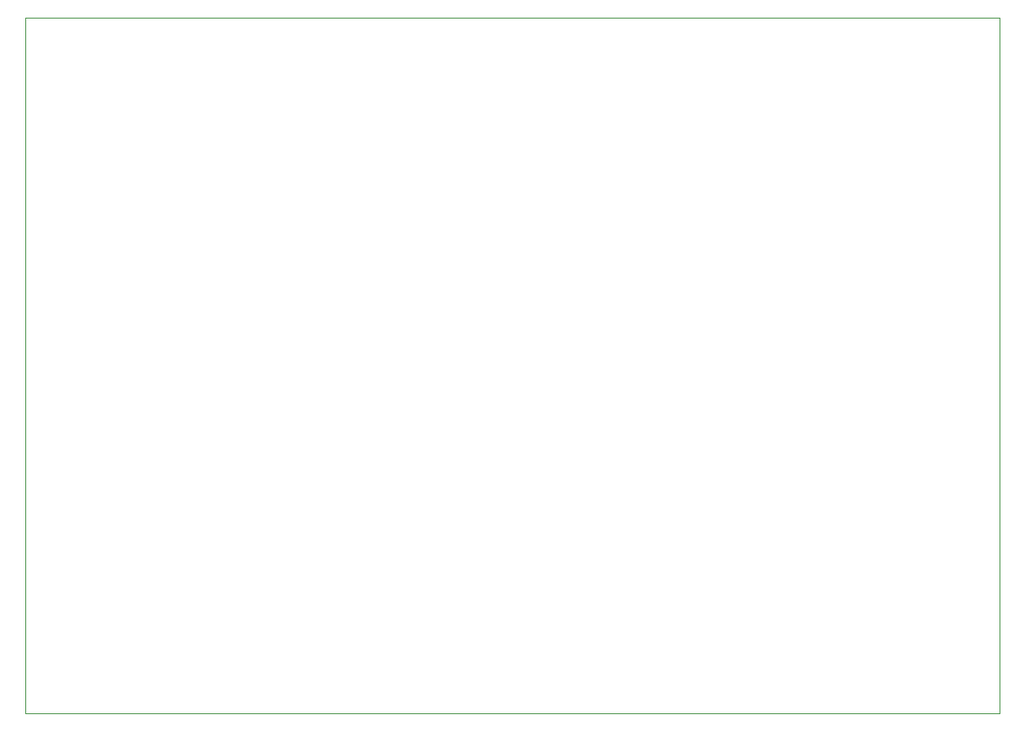
<source format=gbr>
G04 #@! TF.GenerationSoftware,KiCad,Pcbnew,(5.1.6-0-10_14)*
G04 #@! TF.CreationDate,2021-07-16T23:08:20+02:00*
G04 #@! TF.ProjectId,eurorack-busboard,6575726f-7261-4636-9b2d-627573626f61,rev?*
G04 #@! TF.SameCoordinates,Original*
G04 #@! TF.FileFunction,Profile,NP*
%FSLAX46Y46*%
G04 Gerber Fmt 4.6, Leading zero omitted, Abs format (unit mm)*
G04 Created by KiCad (PCBNEW (5.1.6-0-10_14)) date 2021-07-16 23:08:20*
%MOMM*%
%LPD*%
G01*
G04 APERTURE LIST*
G04 #@! TA.AperFunction,Profile*
%ADD10C,0.100000*%
G04 #@! TD*
G04 APERTURE END LIST*
D10*
X97790000Y0D02*
X97790000Y-69850000D01*
X0Y0D02*
X97790000Y0D01*
X0Y-69850000D02*
X0Y0D01*
X97790000Y-69850000D02*
X0Y-69850000D01*
M02*

</source>
